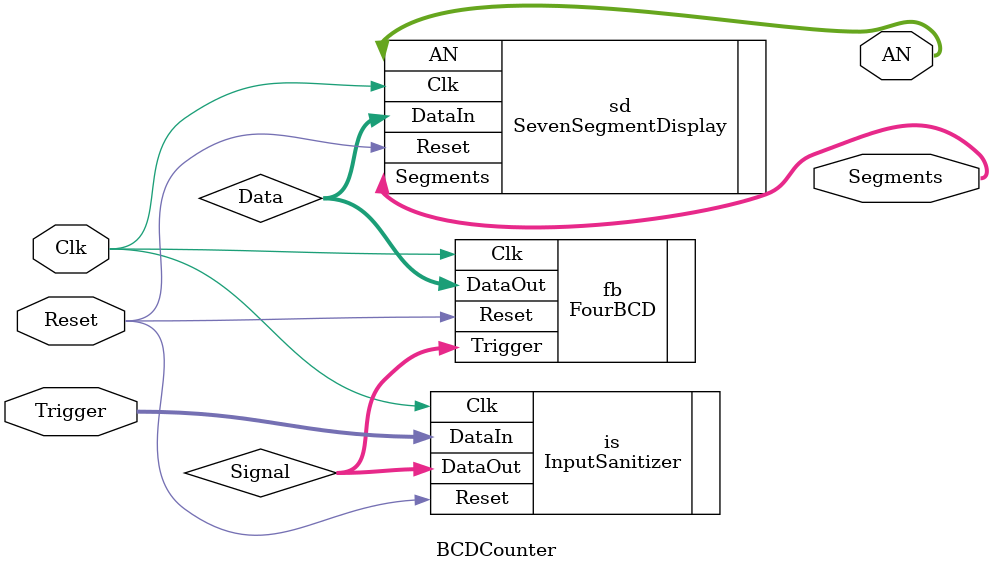
<source format=v>
`timescale 1ns / 1ps


module BCDCounter #(
    // Modify the parameter to match the requirements
    parameter CounterWidth = 1,
    parameter DebounceTime = 1,
    parameter ControllerClockCycle = 1,
    parameter ControllerCounterWidth = 1
) (
    input  wire       Clk,
    input  wire       Reset,
    input  wire [3:0] Trigger,
    output wire [7:0] Segments,
    output wire [3:0] AN
);
  // Add your code here
    wire [3:0] Signal;
    wire [15:0] Data;
    
    InputSanitizer #(.DebounceTime(DebounceTime), .CounterWidth(CounterWidth)) is(
        .DataIn(Trigger),
        .Clk(Clk),
        .Reset(Reset),
        .DataOut(Signal)
    );
    
    FourBCD fb(
        .Trigger(Signal),
        .Clk(Clk),
        .Reset(Reset),
        .DataOut(Data)
    );
    
    SevenSegmentDisplay #(.ControllerClockCycle(ControllerClockCycle), .ControllerCounterWidth(ControllerCounterWidth)) sd(
        .DataIn(Data),
        .Clk(Clk),
        .Reset(Reset),
        .Segments(Segments),
        .AN(AN)
    );
  // End of your code
endmodule

</source>
